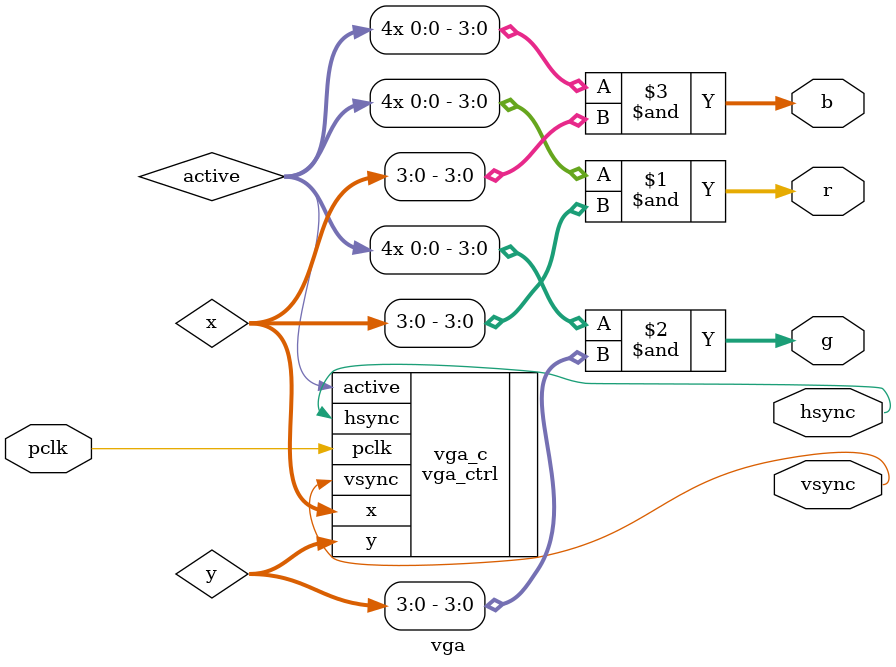
<source format=sv>
module vga(
  input pclk,
  output hsync, vsync,
  output [3:0] r,g,b
);

  // wire pclk;
  // clk_108 c108 (.clk_in1(clk), .clk_out1(pclk), .reset(0), .locked(0));
  wire [$clog2(1280):0] x;
  wire [$clog2(1024):0] y;
  wire active;
  
  vga_ctrl vga_c (.pclk(pclk), .x(x), .y(y), .hsync(hsync), .vsync(vsync), .active(active));

  assign r = {4{active}} & x[3:0];
  assign g = {4{active}} & y[3:0];
  assign b = {4{active}} & x[3:0];

endmodule

</source>
